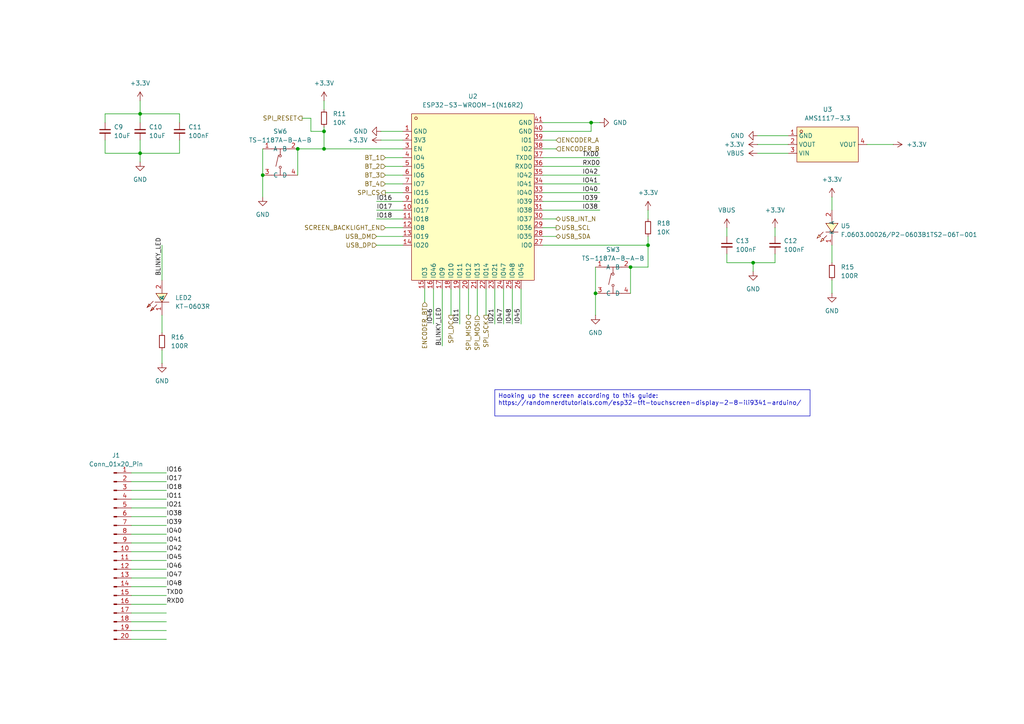
<source format=kicad_sch>
(kicad_sch (version 20231120) (generator "eeschema") (generator_version "8.0")
  (paper "A4")
  (title_block (title "Microcontroller"))
  (lib_symbols
    (symbol "Connector:Conn_01x20_Pin" (pin_names (offset 1.016) hide)
      (property "Reference" "J" (at 0 25.4 0))
      (property "Value" "Conn_01x20_Pin" (at 0 -27.94 0))
      (symbol "Conn_01x20_Pin_1_1"
        (polyline (pts (xy 1.27 -25.4) (xy 0.8636 -25.4)) (stroke (width 0.1524)))
        (polyline (pts (xy 1.27 -22.86) (xy 0.8636 -22.86)) (stroke (width 0.1524)))
        (polyline (pts (xy 1.27 -20.32) (xy 0.8636 -20.32)) (stroke (width 0.1524)))
        (polyline (pts (xy 1.27 -17.78) (xy 0.8636 -17.78)) (stroke (width 0.1524)))
        (polyline (pts (xy 1.27 -15.24) (xy 0.8636 -15.24)) (stroke (width 0.1524)))
        (polyline (pts (xy 1.27 -12.7) (xy 0.8636 -12.7)) (stroke (width 0.1524)))
        (polyline (pts (xy 1.27 -10.16) (xy 0.8636 -10.16)) (stroke (width 0.1524)))
        (polyline (pts (xy 1.27 -7.62) (xy 0.8636 -7.62)) (stroke (width 0.1524)))
        (polyline (pts (xy 1.27 -5.08) (xy 0.8636 -5.08)) (stroke (width 0.1524)))
        (polyline (pts (xy 1.27 -2.54) (xy 0.8636 -2.54)) (stroke (width 0.1524)))
        (polyline (pts (xy 1.27 0) (xy 0.8636 0)) (stroke (width 0.1524)))
        (polyline (pts (xy 1.27 2.54) (xy 0.8636 2.54)) (stroke (width 0.1524)))
        (polyline (pts (xy 1.27 5.08) (xy 0.8636 5.08)) (stroke (width 0.1524)))
        (polyline (pts (xy 1.27 7.62) (xy 0.8636 7.62)) (stroke (width 0.1524)))
        (polyline (pts (xy 1.27 10.16) (xy 0.8636 10.16)) (stroke (width 0.1524)))
        (polyline (pts (xy 1.27 12.7) (xy 0.8636 12.7)) (stroke (width 0.1524)))
        (polyline (pts (xy 1.27 15.24) (xy 0.8636 15.24)) (stroke (width 0.1524)))
        (polyline (pts (xy 1.27 17.78) (xy 0.8636 17.78)) (stroke (width 0.1524)))
        (polyline (pts (xy 1.27 20.32) (xy 0.8636 20.32)) (stroke (width 0.1524)))
        (polyline (pts (xy 1.27 22.86) (xy 0.8636 22.86)) (stroke (width 0.1524)))
        (rectangle (start 0.8636 -25.273) (end 0 -25.527) (stroke (width 0.1524)) (fill (type outline)))
        (rectangle (start 0.8636 -22.733) (end 0 -22.987) (stroke (width 0.1524)) (fill (type outline)))
        (rectangle (start 0.8636 -20.193) (end 0 -20.447) (stroke (width 0.1524)) (fill (type outline)))
        (rectangle (start 0.8636 -17.653) (end 0 -17.907) (stroke (width 0.1524)) (fill (type outline)))
        (rectangle (start 0.8636 -15.113) (end 0 -15.367) (stroke (width 0.1524)) (fill (type outline)))
        (rectangle (start 0.8636 -12.573) (end 0 -12.827) (stroke (width 0.1524)) (fill (type outline)))
        (rectangle (start 0.8636 -10.033) (end 0 -10.287) (stroke (width 0.1524)) (fill (type outline)))
        (rectangle (start 0.8636 -7.493) (end 0 -7.747) (stroke (width 0.1524)) (fill (type outline)))
        (rectangle (start 0.8636 -4.953) (end 0 -5.207) (stroke (width 0.1524)) (fill (type outline)))
        (rectangle (start 0.8636 -2.413) (end 0 -2.667) (stroke (width 0.1524)) (fill (type outline)))
        (rectangle (start 0.8636 0.127) (end 0 -0.127) (stroke (width 0.1524)) (fill (type outline)))
        (rectangle (start 0.8636 2.667) (end 0 2.413) (stroke (width 0.1524)) (fill (type outline)))
        (rectangle (start 0.8636 5.207) (end 0 4.953) (stroke (width 0.1524)) (fill (type outline)))
        (rectangle (start 0.8636 7.747) (end 0 7.493) (stroke (width 0.1524)) (fill (type outline)))
        (rectangle (start 0.8636 10.287) (end 0 10.033) (stroke (width 0.1524)) (fill (type outline)))
        (rectangle (start 0.8636 12.827) (end 0 12.573) (stroke (width 0.1524)) (fill (type outline)))
        (rectangle (start 0.8636 15.367) (end 0 15.113) (stroke (width 0.1524)) (fill (type outline)))
        (rectangle (start 0.8636 17.907) (end 0 17.653) (stroke (width 0.1524)) (fill (type outline)))
        (rectangle (start 0.8636 20.447) (end 0 20.193) (stroke (width 0.1524)) (fill (type outline)))
        (rectangle (start 0.8636 22.987) (end 0 22.733) (stroke (width 0.1524)) (fill (type outline)))
        (pin passive line (at 5.08 22.86 180) (length 3.81) (name "Pin_1") (number "1"))
        (pin passive line (at 5.08 0 180) (length 3.81) (name "Pin_10") (number "10"))
        (pin passive line (at 5.08 -2.54 180) (length 3.81) (name "Pin_11") (number "11"))
        (pin passive line (at 5.08 -5.08 180) (length 3.81) (name "Pin_12") (number "12"))
        (pin passive line (at 5.08 -7.62 180) (length 3.81) (name "Pin_13") (number "13"))
        (pin passive line (at 5.08 -10.16 180) (length 3.81) (name "Pin_14") (number "14"))
        (pin passive line (at 5.08 -12.7 180) (length 3.81) (name "Pin_15") (number "15"))
        (pin passive line (at 5.08 -15.24 180) (length 3.81) (name "Pin_16") (number "16"))
        (pin passive line (at 5.08 -17.78 180) (length 3.81) (name "Pin_17") (number "17"))
        (pin passive line (at 5.08 -20.32 180) (length 3.81) (name "Pin_18") (number "18"))
        (pin passive line (at 5.08 -22.86 180) (length 3.81) (name "Pin_19") (number "19"))
        (pin passive line (at 5.08 20.32 180) (length 3.81) (name "Pin_2") (number "2"))
        (pin passive line (at 5.08 -25.4 180) (length 3.81) (name "Pin_20") (number "20"))
        (pin passive line (at 5.08 17.78 180) (length 3.81) (name "Pin_3") (number "3"))
        (pin passive line (at 5.08 15.24 180) (length 3.81) (name "Pin_4") (number "4"))
        (pin passive line (at 5.08 12.7 180) (length 3.81) (name "Pin_5") (number "5"))
        (pin passive line (at 5.08 10.16 180) (length 3.81) (name "Pin_6") (number "6"))
        (pin passive line (at 5.08 7.62 180) (length 3.81) (name "Pin_7") (number "7"))
        (pin passive line (at 5.08 5.08 180) (length 3.81) (name "Pin_8") (number "8"))
        (pin passive line (at 5.08 2.54 180) (length 3.81) (name "Pin_9") (number "9"))
      )
    )
    (symbol "Device:C_Small" (pin_numbers hide) (pin_names (offset 0.254) hide)
      (property "Reference" "C" (at 0.254 1.778 0))
      (property "Value" "C_Small" (at 0.254 -2.032 0))
      (symbol "C_Small_0_1"
        (polyline (pts (xy -1.524 -0.508) (xy 1.524 -0.508)) (stroke (width 0.3302)))
        (polyline (pts (xy -1.524 0.508) (xy 1.524 0.508)) (stroke (width 0.3048)))
      )
      (symbol "C_Small_1_1"
        (pin passive line (at 0 2.54 270) (length 2.032) (name "~") (number "1"))
        (pin passive line (at 0 -2.54 90) (length 2.032) (name "~") (number "2"))
      )
    )
    (symbol "Device:R_Small" (pin_numbers hide) (pin_names (offset 0.254) hide)
      (property "Reference" "R" (at 0.762 0.508 0))
      (property "Value" "R_Small" (at 0.762 -1.016 0))
      (symbol "R_Small_0_1"
        (rectangle (start -0.762 1.778) (end 0.762 -1.778) (stroke (width 0.2032)))
      )
      (symbol "R_Small_1_1"
        (pin passive line (at 0 2.54 270) (length 0.762) (name "~") (number "1"))
        (pin passive line (at 0 -2.54 90) (length 0.762) (name "~") (number "2"))
      )
    )
    (symbol "footprints:AMS1117-3.3"
      (property "Reference" "U" (at 0 7.62 0))
      (property "Value" "AMS1117-3.3" (at 0 -7.62 0))
      (symbol "AMS1117-3.3_0_1"
        (rectangle (start -8.89 5.08) (end 8.89 -5.08) (fill (type background)))
        (circle (center -7.62 3.81) (radius 0.38))
        (pin unspecified line (at -11.43 2.54 0) (length 2.54) (name "GND") (number "1"))
        (pin unspecified line (at -11.43 0 0) (length 2.54) (name "VOUT") (number "2"))
        (pin unspecified line (at -11.43 -2.54 0) (length 2.54) (name "VIN") (number "3"))
        (pin unspecified line (at 11.43 0 180) (length 2.54) (name "VOUT") (number "4"))
      )
    )
    (symbol "footprints:ESP32-S3-WROOM-1(N16R2)"
      (property "Reference" "U" (at 0 27.94 0))
      (property "Value" "ESP32-S3-WROOM-1(N16R2)" (at 0 -30.48 0))
      (symbol "ESP32-S3-WROOM-1(N16R2)_0_1"
        (rectangle (start -17.78 25.4) (end 17.78 -22.86) (fill (type background)))
        (circle (center -16.51 24.13) (radius 0.38))
        (pin unspecified line (at -20.32 20.32 0) (length 2.54) (name "GND") (number "1"))
        (pin unspecified line (at -20.32 -2.54 0) (length 2.54) (name "IO17") (number "10"))
        (pin unspecified line (at -20.32 -5.08 0) (length 2.54) (name "IO18") (number "11"))
        (pin unspecified line (at -20.32 -7.62 0) (length 2.54) (name "IO8") (number "12"))
        (pin unspecified line (at -20.32 -10.16 0) (length 2.54) (name "IO19") (number "13"))
        (pin unspecified line (at -20.32 -12.7 0) (length 2.54) (name "IO20") (number "14"))
        (pin unspecified line (at -13.97 -25.4 90) (length 2.54) (name "IO3") (number "15"))
        (pin unspecified line (at -11.43 -25.4 90) (length 2.54) (name "IO46") (number "16"))
        (pin unspecified line (at -8.89 -25.4 90) (length 2.54) (name "IO9") (number "17"))
        (pin unspecified line (at -6.35 -25.4 90) (length 2.54) (name "IO10") (number "18"))
        (pin unspecified line (at -3.81 -25.4 90) (length 2.54) (name "IO11") (number "19"))
        (pin unspecified line (at -20.32 17.78 0) (length 2.54) (name "3V3") (number "2"))
        (pin unspecified line (at -1.27 -25.4 90) (length 2.54) (name "IO12") (number "20"))
        (pin unspecified line (at 1.27 -25.4 90) (length 2.54) (name "IO13") (number "21"))
        (pin unspecified line (at 3.81 -25.4 90) (length 2.54) (name "IO14") (number "22"))
        (pin unspecified line (at 6.35 -25.4 90) (length 2.54) (name "IO21") (number "23"))
        (pin unspecified line (at 8.89 -25.4 90) (length 2.54) (name "IO47") (number "24"))
        (pin unspecified line (at 11.43 -25.4 90) (length 2.54) (name "IO48") (number "25"))
        (pin unspecified line (at 13.97 -25.4 90) (length 2.54) (name "IO45") (number "26"))
        (pin unspecified line (at 20.32 -12.7 180) (length 2.54) (name "IO0") (number "27"))
        (pin unspecified line (at 20.32 -10.16 180) (length 2.54) (name "IO35") (number "28"))
        (pin unspecified line (at 20.32 -7.62 180) (length 2.54) (name "IO36") (number "29"))
        (pin unspecified line (at -20.32 15.24 0) (length 2.54) (name "EN") (number "3"))
        (pin unspecified line (at 20.32 -5.08 180) (length 2.54) (name "IO37") (number "30"))
        (pin unspecified line (at 20.32 -2.54 180) (length 2.54) (name "IO38") (number "31"))
        (pin unspecified line (at 20.32 0 180) (length 2.54) (name "IO39") (number "32"))
        (pin unspecified line (at 20.32 2.54 180) (length 2.54) (name "IO40") (number "33"))
        (pin unspecified line (at 20.32 5.08 180) (length 2.54) (name "IO41") (number "34"))
        (pin unspecified line (at 20.32 7.62 180) (length 2.54) (name "IO42") (number "35"))
        (pin unspecified line (at 20.32 10.16 180) (length 2.54) (name "RXD0") (number "36"))
        (pin unspecified line (at 20.32 12.7 180) (length 2.54) (name "TXD0") (number "37"))
        (pin unspecified line (at 20.32 15.24 180) (length 2.54) (name "IO2") (number "38"))
        (pin unspecified line (at 20.32 17.78 180) (length 2.54) (name "IO1") (number "39"))
        (pin unspecified line (at -20.32 12.7 0) (length 2.54) (name "IO4") (number "4"))
        (pin unspecified line (at 20.32 20.32 180) (length 2.54) (name "GND") (number "40"))
        (pin unspecified line (at 20.32 22.86 180) (length 2.54) (name "GND") (number "41"))
        (pin unspecified line (at -20.32 10.16 0) (length 2.54) (name "IO5") (number "5"))
        (pin unspecified line (at -20.32 7.62 0) (length 2.54) (name "IO6") (number "6"))
        (pin unspecified line (at -20.32 5.08 0) (length 2.54) (name "IO7") (number "7"))
        (pin unspecified line (at -20.32 2.54 0) (length 2.54) (name "IO15") (number "8"))
        (pin unspecified line (at -20.32 0 0) (length 2.54) (name "IO16") (number "9"))
      )
    )
    (symbol "footprints:F.0603.00026_P2-0603B1TS2-06T-001"
      (property "Reference" "U" (at 0 5.08 0))
      (property "Value" "F.0603.00026/P2-0603B1TS2-06T-001" (at 0 -5.08 0))
      (symbol "F.0603.00026_P2-0603B1TS2-06T-001_0_1"
        (polyline (pts (xy -1.27 0) (xy -2.54 0)))
        (polyline (pts (xy -1.27 1.78) (xy -1.27 -1.78)))
        (polyline (pts (xy 2.54 0) (xy 1.27 0)))
        (polyline (pts (xy -2.29 1.52) (xy -3.3 2.54) (xy -2.29 1.52)) (fill (type background)))
        (polyline (pts (xy -1.27 2.54) (xy -2.29 3.56) (xy -1.27 2.54)) (fill (type background)))
        (polyline (pts (xy -4.06 3.3) (xy -3.05 2.79) (xy -3.56 2.29) (xy -4.06 3.3)) (fill (type background)))
        (polyline (pts (xy -3.05 4.32) (xy -2.03 3.81) (xy -2.54 3.3) (xy -3.05 4.32)) (fill (type background)))
        (polyline (pts (xy 1.27 1.78) (xy -1.27 0) (xy 1.27 -1.78) (xy 1.27 1.78)) (fill (type background)))
        (pin unspecified line (at -5.08 0 0) (length 2.54) (name "K") (number "1"))
        (pin unspecified line (at 5.08 0 180) (length 2.54) (name "A") (number "2"))
      )
    )
    (symbol "footprints:KT-0603R"
      (property "Reference" "LED" (at 0 5.08 0))
      (property "Value" "KT-0603R" (at 0 -5.08 0))
      (symbol "KT-0603R_0_1"
        (polyline (pts (xy -2.03 1.52) (xy -3.81 3.3)))
        (polyline (pts (xy -1.27 2.03) (xy -1.27 -2.03)))
        (polyline (pts (xy -1.02 2.54) (xy -2.79 4.32)))
        (polyline (pts (xy -3.81 3.3) (xy -2.79 2.79) (xy -3.3 2.29) (xy -3.81 3.3)) (fill (type background)))
        (polyline (pts (xy -2.79 4.32) (xy -1.78 3.81) (xy -2.29 3.3) (xy -2.79 4.32)) (fill (type background)))
        (polyline (pts (xy 1.27 -1.52) (xy -1.27 0) (xy 1.27 1.78) (xy 1.27 -1.52)) (fill (type background)))
        (pin unspecified line (at -5.08 0 0) (length 3.81) (name "K") (number "1"))
        (pin unspecified line (at 5.08 0 180) (length 3.81) (name "A") (number "2"))
      )
    )
    (symbol "footprints:TS-1187A-B-A-B"
      (property "Reference" "SW" (at 0 7.62 0))
      (property "Value" "TS-1187A-B-A-B" (at 0 -10.16 0))
      (symbol "TS-1187A-B-A-B_0_1"
        (circle (center 0 -2.79) (radius 0.32))
        (polyline (pts (xy -2.54 -5.08) (xy 2.54 -5.08)))
        (polyline (pts (xy -2.54 2.54) (xy 2.54 2.54)))
        (polyline (pts (xy -0.51 0.76) (xy -1.27 -2.54)))
        (polyline (pts (xy 0 -3.3) (xy 0 -5.08)))
        (polyline (pts (xy 0 0.76) (xy 0 2.54)))
        (circle (center 0 0.51) (radius 0.32))
        (pin unspecified line (at -5.08 2.54 0) (length 2.54) (name "A") (number "1"))
        (pin unspecified line (at 5.08 2.54 180) (length 2.54) (name "B") (number "2"))
        (pin unspecified line (at -5.08 -5.08 0) (length 2.54) (name "C") (number "3"))
        (pin unspecified line (at 5.08 -5.08 180) (length 2.54) (name "D") (number "4"))
      )
    )
    (symbol "power:+3.3V" (power) (pin_numbers hide) (pin_names (offset 0) hide)
      (property "Value" "+3.3V" (at 0 3.556 0))
      (symbol "+3.3V_0_1"
        (polyline (pts (xy -0.762 1.27) (xy 0 2.54)))
        (polyline (pts (xy 0 0) (xy 0 2.54)))
        (polyline (pts (xy 0 2.54) (xy 0.762 1.27)))
      )
      (symbol "+3.3V_1_1"
        (pin power_in line (at 0 0 90) (length 0) (name "~") (number "1"))
      )
    )
    (symbol "power:GND" (power) (pin_numbers hide) (pin_names (offset 0) hide)
      (property "Value" "GND" (at 0 -3.81 0))
      (symbol "GND_0_1"
        (polyline (pts (xy 0 0) (xy 0 -1.27) (xy 1.27 -1.27) (xy 0 -2.54) (xy -1.27 -1.27) (xy 0 -1.27)))
      )
      (symbol "GND_1_1"
        (pin power_in line (at 0 0 270) (length 0) (name "~") (number "1"))
      )
    )
    (symbol "power:VBUS" (power) (pin_numbers hide) (pin_names (offset 0) hide)
      (property "Value" "VBUS" (at 0 3.556 0))
      (symbol "VBUS_0_1"
        (polyline (pts (xy -0.762 1.27) (xy 0 2.54)))
        (polyline (pts (xy 0 0) (xy 0 2.54)))
        (polyline (pts (xy 0 2.54) (xy 0.762 1.27)))
      )
      (symbol "VBUS_1_1"
        (pin power_in line (at 0 0 90) (length 0) (name "~") (number "1"))
      )
    )
  )
  (junction (at 93.98 38.1))
  (junction (at 171.45 35.56))
  (junction (at 182.88 77.47))
  (junction (at 40.64 33.02))
  (junction (at 40.64 44.45))
  (junction (at 76.2 50.8))
  (junction (at 187.96 71.12))
  (junction (at 86.36 43.18))
  (junction (at 172.72 85.09))
  (junction (at 218.44 76.2))
  (junction (at 93.98 43.18))
  (wire (pts (xy 38.1 162.56) (xy 48.26 162.56)))
  (wire (pts (xy 52.07 35.56) (xy 52.07 33.02)))
  (wire (pts (xy 148.59 83.82) (xy 148.59 93.98)))
  (wire (pts (xy 219.71 44.45) (xy 228.6 44.45)))
  (wire (pts (xy 76.2 50.8) (xy 76.2 57.15)))
  (wire (pts (xy 157.48 63.5) (xy 161.29 63.5)))
  (wire (pts (xy 38.1 167.64) (xy 48.26 167.64)))
  (wire (pts (xy 172.72 77.47) (xy 172.72 85.09)))
  (wire (pts (xy 171.45 35.56) (xy 173.99 35.56)))
  (wire (pts (xy 38.1 172.72) (xy 48.26 172.72)))
  (wire (pts (xy 30.48 33.02) (xy 30.48 35.56)))
  (wire (pts (xy 157.48 53.34) (xy 173.99 53.34)))
  (wire (pts (xy 38.1 177.8) (xy 48.26 177.8)))
  (wire (pts (xy 38.1 175.26) (xy 48.26 175.26)))
  (wire (pts (xy 38.1 165.1) (xy 48.26 165.1)))
  (wire (pts (xy 138.43 83.82) (xy 138.43 91.44)))
  (wire (pts (xy 111.76 48.26) (xy 116.84 48.26)))
  (wire (pts (xy 157.48 45.72) (xy 173.99 45.72)))
  (wire (pts (xy 157.48 35.56) (xy 171.45 35.56)))
  (wire (pts (xy 111.76 50.8) (xy 116.84 50.8)))
  (wire (pts (xy 38.1 154.94) (xy 48.26 154.94)))
  (wire (pts (xy 46.99 71.12) (xy 46.99 81.28)))
  (wire (pts (xy 40.64 40.64) (xy 40.64 44.45)))
  (wire (pts (xy 140.97 83.82) (xy 140.97 91.44)))
  (wire (pts (xy 187.96 68.58) (xy 187.96 71.12)))
  (wire (pts (xy 133.35 83.82) (xy 133.35 93.98)))
  (wire (pts (xy 109.22 68.58) (xy 116.84 68.58)))
  (wire (pts (xy 38.1 170.18) (xy 48.26 170.18)))
  (wire (pts (xy 182.88 77.47) (xy 187.96 77.47)))
  (wire (pts (xy 111.76 53.34) (xy 116.84 53.34)))
  (wire (pts (xy 219.71 41.91) (xy 228.6 41.91)))
  (wire (pts (xy 157.48 55.88) (xy 173.99 55.88)))
  (wire (pts (xy 52.07 44.45) (xy 40.64 44.45)))
  (wire (pts (xy 38.1 157.48) (xy 48.26 157.48)))
  (wire (pts (xy 87.63 34.29) (xy 90.17 34.29)))
  (wire (pts (xy 109.22 60.96) (xy 116.84 60.96)))
  (wire (pts (xy 241.3 57.15) (xy 241.3 60.96)))
  (wire (pts (xy 151.13 83.82) (xy 151.13 93.98)))
  (wire (pts (xy 125.73 83.82) (xy 125.73 93.98)))
  (wire (pts (xy 93.98 29.21) (xy 93.98 31.75)))
  (wire (pts (xy 52.07 40.64) (xy 52.07 44.45)))
  (wire (pts (xy 157.48 58.42) (xy 173.99 58.42)))
  (wire (pts (xy 187.96 60.96) (xy 187.96 63.5)))
  (wire (pts (xy 157.48 68.58) (xy 161.29 68.58)))
  (wire (pts (xy 40.64 29.21) (xy 40.64 33.02)))
  (wire (pts (xy 219.71 39.37) (xy 228.6 39.37)))
  (wire (pts (xy 111.76 66.04) (xy 116.84 66.04)))
  (wire (pts (xy 130.81 83.82) (xy 130.81 91.44)))
  (wire (pts (xy 86.36 43.18) (xy 86.36 50.8)))
  (wire (pts (xy 111.76 55.88) (xy 116.84 55.88)))
  (wire (pts (xy 241.3 81.28) (xy 241.3 85.09)))
  (wire (pts (xy 90.17 34.29) (xy 90.17 38.1)))
  (wire (pts (xy 157.48 48.26) (xy 173.99 48.26)))
  (wire (pts (xy 187.96 71.12) (xy 187.96 77.47)))
  (wire (pts (xy 110.49 40.64) (xy 116.84 40.64)))
  (wire (pts (xy 86.36 43.18) (xy 93.98 43.18)))
  (wire (pts (xy 123.19 83.82) (xy 123.19 87.63)))
  (wire (pts (xy 90.17 38.1) (xy 93.98 38.1)))
  (wire (pts (xy 38.1 149.86) (xy 48.26 149.86)))
  (wire (pts (xy 38.1 142.24) (xy 48.26 142.24)))
  (wire (pts (xy 38.1 185.42) (xy 48.26 185.42)))
  (wire (pts (xy 93.98 38.1) (xy 93.98 43.18)))
  (wire (pts (xy 110.49 38.1) (xy 116.84 38.1)))
  (wire (pts (xy 157.48 38.1) (xy 171.45 38.1)))
  (wire (pts (xy 109.22 63.5) (xy 116.84 63.5)))
  (wire (pts (xy 38.1 180.34) (xy 48.26 180.34)))
  (wire (pts (xy 157.48 40.64) (xy 161.29 40.64)))
  (wire (pts (xy 128.27 83.82) (xy 128.27 100.33)))
  (wire (pts (xy 224.79 73.66) (xy 224.79 76.2)))
  (wire (pts (xy 157.48 60.96) (xy 173.99 60.96)))
  (wire (pts (xy 109.22 71.12) (xy 116.84 71.12)))
  (wire (pts (xy 182.88 77.47) (xy 182.88 85.09)))
  (wire (pts (xy 241.3 71.12) (xy 241.3 76.2)))
  (wire (pts (xy 40.64 33.02) (xy 40.64 35.56)))
  (wire (pts (xy 30.48 40.64) (xy 30.48 44.45)))
  (wire (pts (xy 38.1 137.16) (xy 48.26 137.16)))
  (wire (pts (xy 210.82 76.2) (xy 218.44 76.2)))
  (wire (pts (xy 111.76 45.72) (xy 116.84 45.72)))
  (wire (pts (xy 38.1 139.7) (xy 48.26 139.7)))
  (wire (pts (xy 38.1 152.4) (xy 48.26 152.4)))
  (wire (pts (xy 210.82 73.66) (xy 210.82 76.2)))
  (wire (pts (xy 157.48 71.12) (xy 187.96 71.12)))
  (wire (pts (xy 146.05 83.82) (xy 146.05 93.98)))
  (wire (pts (xy 52.07 33.02) (xy 40.64 33.02)))
  (wire (pts (xy 218.44 76.2) (xy 218.44 78.74)))
  (wire (pts (xy 157.48 66.04) (xy 161.29 66.04)))
  (wire (pts (xy 224.79 66.04) (xy 224.79 68.58)))
  (wire (pts (xy 93.98 43.18) (xy 116.84 43.18)))
  (wire (pts (xy 210.82 66.04) (xy 210.82 68.58)))
  (wire (pts (xy 157.48 43.18) (xy 161.29 43.18)))
  (wire (pts (xy 224.79 76.2) (xy 218.44 76.2)))
  (wire (pts (xy 157.48 50.8) (xy 173.99 50.8)))
  (wire (pts (xy 38.1 182.88) (xy 48.26 182.88)))
  (wire (pts (xy 76.2 43.18) (xy 76.2 50.8)))
  (wire (pts (xy 38.1 144.78) (xy 48.26 144.78)))
  (wire (pts (xy 135.89 83.82) (xy 135.89 91.44)))
  (wire (pts (xy 46.99 91.44) (xy 46.99 96.52)))
  (wire (pts (xy 40.64 44.45) (xy 40.64 46.99)))
  (wire (pts (xy 38.1 160.02) (xy 48.26 160.02)))
  (wire (pts (xy 93.98 36.83) (xy 93.98 38.1)))
  (wire (pts (xy 171.45 35.56) (xy 171.45 38.1)))
  (wire (pts (xy 46.99 101.6) (xy 46.99 105.41)))
  (wire (pts (xy 172.72 85.09) (xy 172.72 91.44)))
  (wire (pts (xy 30.48 44.45) (xy 40.64 44.45)))
  (wire (pts (xy 251.46 41.91) (xy 259.08 41.91)))
  (wire (pts (xy 143.51 83.82) (xy 143.51 93.98)))
  (wire (pts (xy 38.1 147.32) (xy 48.26 147.32)))
  (wire (pts (xy 40.64 33.02) (xy 30.48 33.02)))
  (wire (pts (xy 109.22 58.42) (xy 116.84 58.42)))
  (text_box "Hooking up the screen according to this guide: https://randomnerdtutorials.com/esp32-tft-touchscreen-display-2-8-ili9341-arduino/\n" (at 143.51 113.03 0) (size 91.44 7.62) (effects (font (size 1.27 1.27)) (justify left top)))
  (label "IO41" (at 48.26 157.48 0))
  (label "IO17" (at 48.26 139.7 0))
  (label "IO42" (at 168.91 50.8 0))
  (label "IO16" (at 109.22 58.42 0))
  (label "BLINKY_LED" (at 46.99 80.01 90))
  (label "IO38" (at 48.26 149.86 0))
  (label "BLINKY_LED" (at 128.27 100.33 90))
  (label "IO21" (at 143.51 93.98 90))
  (label "IO17" (at 109.22 60.96 0))
  (label "RXD0" (at 168.91 48.26 0))
  (label "IO46" (at 48.26 165.1 0))
  (label "RXD0" (at 48.26 175.26 0))
  (label "IO16" (at 48.26 137.16 0))
  (label "IO47" (at 146.05 93.98 90))
  (label "IO40" (at 48.26 154.94 0))
  (label "TXD0" (at 168.91 45.72 0))
  (label "IO38" (at 168.91 60.96 0))
  (label "IO45" (at 48.26 162.56 0))
  (label "IO45" (at 151.13 93.98 90))
  (label "IO48" (at 148.59 93.98 90))
  (label "IO40" (at 168.91 55.88 0))
  (label "IO21" (at 48.26 147.32 0))
  (label "IO18" (at 109.22 63.5 0))
  (label "IO48" (at 48.26 170.18 0))
  (label "TXD0" (at 48.26 172.72 0))
  (label "IO41" (at 168.91 53.34 0))
  (label "IO46" (at 125.73 93.98 90))
  (label "IO11" (at 48.26 144.78 0))
  (label "IO47" (at 48.26 167.64 0))
  (label "IO11" (at 133.35 93.98 90))
  (label "IO39" (at 168.91 58.42 0))
  (label "IO39" (at 48.26 152.4 0))
  (label "IO18" (at 48.26 142.24 0))
  (label "IO42" (at 48.26 160.02 0))
  (hierarchical_label "BT_3" (shape input) (at 111.76 50.8 180))
  (hierarchical_label "BT_2" (shape input) (at 111.76 48.26 180))
  (hierarchical_label "BT_4" (shape input) (at 111.76 53.34 180))
  (hierarchical_label "SPI_SCK" (shape output) (at 140.97 91.44 270))
  (hierarchical_label "ENCODER_A" (shape input) (at 161.29 40.64 0))
  (hierarchical_label "ENCODER_BT" (shape input) (at 123.19 87.63 270))
  (hierarchical_label "SPI_RESET" (shape output) (at 87.63 34.29 180))
  (hierarchical_label "USB_SDA" (shape bidirectional) (at 161.29 68.58 0))
  (hierarchical_label "USB_INT_N" (shape bidirectional) (at 161.29 63.5 0))
  (hierarchical_label "SPI_DC" (shape output) (at 130.81 91.44 270))
  (hierarchical_label "SPI_MOSI" (shape input) (at 138.43 91.44 270))
  (hierarchical_label "BT_1" (shape input) (at 111.76 45.72 180))
  (hierarchical_label "SPI_CS" (shape output) (at 111.76 55.88 180))
  (hierarchical_label "USB_DP" (shape input) (at 109.22 71.12 180))
  (hierarchical_label "SCREEN_BACKLIGHT_EN" (shape input) (at 111.76 66.04 180))
  (hierarchical_label "SPI_MISO" (shape output) (at 135.89 91.44 270))
  (hierarchical_label "ENCODER_B" (shape input) (at 161.29 43.18 0))
  (hierarchical_label "USB_DM" (shape input) (at 109.22 68.58 180))
  (hierarchical_label "USB_SCL" (shape output) (at 161.29 66.04 0))
  (symbol (lib_id "Device:R_Small") (at 241.3 78.74 0) (unit 1)
    (property "Reference" "R15" (at 243.84 77.4699 0) (effects (justify left)))
    (property "Value" "100R" (at 243.84 80.0099 0) (effects (justify left)))
    (property "Footprint" "Resistor_SMD:R_0402_1005Metric" (effects (hide yes)))
    (property "Description" "Resistor, small symbol" (effects (hide yes)))
  )
  (symbol (lib_id "power:+3.3V") (at 259.08 41.91 270) (unit 1)
    (property "Reference" "#PWR046" (effects (hide yes)))
    (property "Value" "+3.3V" (at 262.89 41.9099 90) (effects (justify left)))
    (property "Description" "Power symbol creates a global label with name \"+3.3V\"" (effects (hide yes)))
  )
  (symbol (lib_id "footprints:AMS1117-3.3") (at 240.03 41.91 0) (unit 1)
    (property "Reference" "U3" (at 240.03 31.75 0))
    (property "Value" "AMS1117-3.3" (at 240.03 34.29 0))
    (property "Footprint" "footprints:SOT-223-3_L6.5-W3.4-P2.30-LS7.0-BR" (effects (hide yes)))
    (property "Datasheet" "https://lcsc.com/product-detail/Low-Dropout-Regulators-LDO_AMS_AMS1117-3-3_AMS1117-3-3_C6186.html" (effects (hide yes)))
    (property "LCSC Part" "C6186" (effects (hide yes)))
  )
  (symbol (lib_id "power:+3.3V") (at 219.71 41.91 90) (unit 1)
    (property "Reference" "#PWR045" (effects (hide yes)))
    (property "Value" "+3.3V" (at 215.9 41.9099 90) (effects (justify left)))
    (property "Description" "Power symbol creates a global label with name \"+3.3V\"" (effects (hide yes)))
  )
  (symbol (lib_id "power:GND") (at 218.44 78.74 0) (unit 1)
    (property "Reference" "#PWR048" (effects (hide yes)))
    (property "Value" "GND" (at 218.44 83.82 0))
    (property "Description" "Power symbol creates a global label with name \"GND\" , ground" (effects (hide yes)))
  )
  (symbol (lib_id "power:+3.3V") (at 93.98 29.21 0) (unit 1)
    (property "Reference" "#PWR029" (effects (hide yes)))
    (property "Value" "+3.3V" (at 93.98 24.13 0))
    (property "Description" "Power symbol creates a global label with name \"+3.3V\"" (effects (hide yes)))
  )
  (symbol (lib_id "power:+3.3V") (at 241.3 57.15 0) (unit 1)
    (property "Reference" "#PWR067" (effects (hide yes)))
    (property "Value" "+3.3V" (at 241.3 52.07 0))
    (property "Description" "Power symbol creates a global label with name \"+3.3V\"" (effects (hide yes)))
  )
  (symbol (lib_id "footprints:F.0603.00026_P2-0603B1TS2-06T-001") (at 241.3 66.04 90) (unit 1)
    (property "Reference" "U5" (at 243.84 65.5299 90) (effects (justify right)))
    (property "Value" "F.0603.00026/P2-0603B1TS2-06T-001" (at 243.84 68.0699 90) (effects (justify right)))
    (property "Footprint" "footprints:LED0603-RD" (effects (hide yes)))
    (property "LCSC Part" "C7496819" (effects (hide yes)))
  )
  (symbol (lib_id "power:+3.3V") (at 110.49 40.64 90) (unit 1)
    (property "Reference" "#PWR027" (effects (hide yes)))
    (property "Value" "+3.3V" (at 106.68 40.6399 90) (effects (justify left)))
    (property "Description" "Power symbol creates a global label with name \"+3.3V\"" (effects (hide yes)))
  )
  (symbol (lib_id "Connector:Conn_01x20_Pin") (at 33.02 160.02 0) (unit 1)
    (property "Reference" "J1" (at 33.655 132.08 0))
    (property "Value" "Conn_01x20_Pin" (at 33.655 134.62 0))
    (property "Footprint" "Connector_PinHeader_1.27mm:PinHeader_1x20_P1.27mm_Vertical" (effects (hide yes)))
    (property "Description" "Generic connector, single row, 01x20, script generated" (effects (hide yes)))
  )
  (symbol (lib_id "power:VBUS") (at 210.82 66.04 0) (unit 1)
    (property "Reference" "#PWR050" (effects (hide yes)))
    (property "Value" "VBUS" (at 210.82 60.96 0))
    (property "Description" "Power symbol creates a global label with name \"VBUS\"" (effects (hide yes)))
  )
  (symbol (lib_id "power:GND") (at 173.99 35.56 90) (unit 1)
    (property "Reference" "#PWR026" (effects (hide yes)))
    (property "Value" "GND" (at 177.8 35.5599 90) (effects (justify right)))
    (property "Description" "Power symbol creates a global label with name \"GND\" , ground" (effects (hide yes)))
  )
  (symbol (lib_id "power:+3.3V") (at 187.96 60.96 0) (unit 1)
    (property "Reference" "#PWR071" (effects (hide yes)))
    (property "Value" "+3.3V" (at 187.96 55.88 0))
    (property "Description" "Power symbol creates a global label with name \"+3.3V\"" (effects (hide yes)))
  )
  (symbol (lib_id "power:+3.3V") (at 224.79 66.04 0) (unit 1)
    (property "Reference" "#PWR049" (effects (hide yes)))
    (property "Value" "+3.3V" (at 224.79 60.96 0))
    (property "Description" "Power symbol creates a global label with name \"+3.3V\"" (effects (hide yes)))
  )
  (symbol (lib_id "footprints:ESP32-S3-WROOM-1(N16R2)") (at 137.16 58.42 0) (unit 1)
    (property "Reference" "U2" (at 137.16 27.94 0))
    (property "Value" "ESP32-S3-WROOM-1(N16R2)" (at 137.16 30.48 0))
    (property "Footprint" "footprints:WIRELM-SMD_ESP32-S3-WROOM-1" (effects (hide yes)))
    (property "LCSC Part" "C2913205" (effects (hide yes)))
  )
  (symbol (lib_id "power:+3.3V") (at 40.64 29.21 0) (unit 1)
    (property "Reference" "#PWR031" (effects (hide yes)))
    (property "Value" "+3.3V" (at 40.64 24.13 0))
    (property "Description" "Power symbol creates a global label with name \"+3.3V\"" (effects (hide yes)))
  )
  (symbol (lib_id "Device:R_Small") (at 187.96 66.04 0) (unit 1)
    (property "Reference" "R18" (at 190.5 64.7699 0) (effects (justify left)))
    (property "Value" "10K" (at 190.5 67.3099 0) (effects (justify left)))
    (property "Footprint" "Resistor_SMD:R_0402_1005Metric" (effects (hide yes)))
    (property "Description" "Resistor, small symbol" (effects (hide yes)))
  )
  (symbol (lib_id "Device:C_Small") (at 40.64 38.1 0) (unit 1)
    (property "Reference" "C10" (at 43.18 36.8362 0) (effects (justify left)))
    (property "Value" "10uF" (at 43.18 39.3762 0) (effects (justify left)))
    (property "Footprint" "Capacitor_SMD:C_0805_2012Metric" (effects (hide yes)))
    (property "Description" "Unpolarized capacitor, small symbol" (effects (hide yes)))
  )
  (symbol (lib_id "power:GND") (at 172.72 91.44 0) (unit 1)
    (property "Reference" "#PWR070" (effects (hide yes)))
    (property "Value" "GND" (at 172.72 96.52 0))
    (property "Description" "Power symbol creates a global label with name \"GND\" , ground" (effects (hide yes)))
  )
  (symbol (lib_id "power:GND") (at 110.49 38.1 270) (unit 1)
    (property "Reference" "#PWR028" (effects (hide yes)))
    (property "Value" "GND" (at 106.68 38.0999 90) (effects (justify right)))
    (property "Description" "Power symbol creates a global label with name \"GND\" , ground" (effects (hide yes)))
  )
  (symbol (lib_id "Device:R_Small") (at 93.98 34.29 0) (unit 1)
    (property "Reference" "R11" (at 96.52 33.0199 0) (effects (justify left)))
    (property "Value" "10K" (at 96.52 35.5599 0) (effects (justify left)))
    (property "Footprint" "Resistor_SMD:R_0402_1005Metric" (effects (hide yes)))
    (property "Description" "Resistor, small symbol" (effects (hide yes)))
  )
  (symbol (lib_id "Device:C_Small") (at 30.48 38.1 0) (unit 1)
    (property "Reference" "C9" (at 33.02 36.8362 0) (effects (justify left)))
    (property "Value" "10uF" (at 33.02 39.3762 0) (effects (justify left)))
    (property "Footprint" "Capacitor_SMD:C_0805_2012Metric" (effects (hide yes)))
    (property "Description" "Unpolarized capacitor, small symbol" (effects (hide yes)))
  )
  (symbol (lib_id "footprints:KT-0603R") (at 46.99 86.36 90) (unit 1)
    (property "Reference" "LED2" (at 50.8 86.3599 90) (effects (justify right)))
    (property "Value" "KT-0603R" (at 50.8 88.8999 90) (effects (justify right)))
    (property "Footprint" "footprints:LED0603-RD" (effects (hide yes)))
    (property "Datasheet" "https://lcsc.com/product-detail/Light-Emitting-Diodes-LED_Red-LED-0603_C2286.html" (effects (hide yes)))
    (property "LCSC Part" "C2286" (effects (hide yes)))
  )
  (symbol (lib_id "power:GND") (at 241.3 85.09 0) (unit 1)
    (property "Reference" "#PWR065" (effects (hide yes)))
    (property "Value" "GND" (at 241.3 90.17 0))
    (property "Description" "Power symbol creates a global label with name \"GND\" , ground" (effects (hide yes)))
  )
  (symbol (lib_id "Device:C_Small") (at 52.07 38.1 0) (unit 1)
    (property "Reference" "C11" (at 54.61 36.8362 0) (effects (justify left)))
    (property "Value" "100nF" (at 54.61 39.3762 0) (effects (justify left)))
    (property "Footprint" "Capacitor_SMD:C_0805_2012Metric" (effects (hide yes)))
    (property "Description" "Unpolarized capacitor, small symbol" (effects (hide yes)))
  )
  (symbol (lib_id "power:GND") (at 46.99 105.41 0) (unit 1)
    (property "Reference" "#PWR069" (effects (hide yes)))
    (property "Value" "GND" (at 46.99 110.49 0))
    (property "Description" "Power symbol creates a global label with name \"GND\" , ground" (effects (hide yes)))
  )
  (symbol (lib_id "Device:C_Small") (at 224.79 71.12 0) (unit 1)
    (property "Reference" "C12" (at 227.33 69.8562 0) (effects (justify left)))
    (property "Value" "100nF" (at 227.33 72.3962 0) (effects (justify left)))
    (property "Footprint" "Capacitor_SMD:C_0805_2012Metric" (effects (hide yes)))
    (property "Description" "Unpolarized capacitor, small symbol" (effects (hide yes)))
    (property "LCSC Part" "C49678" (effects (hide yes)))
  )
  (symbol (lib_id "Device:C_Small") (at 210.82 71.12 0) (unit 1)
    (property "Reference" "C13" (at 213.36 69.8562 0) (effects (justify left)))
    (property "Value" "100nF" (at 213.36 72.3962 0) (effects (justify left)))
    (property "Footprint" "Capacitor_SMD:C_0805_2012Metric" (effects (hide yes)))
    (property "Description" "Unpolarized capacitor, small symbol" (effects (hide yes)))
    (property "LCSC Part" "C49678" (effects (hide yes)))
  )
  (symbol (lib_id "footprints:TS-1187A-B-A-B") (at 177.8 80.01 0) (unit 1)
    (property "Reference" "SW3" (at 177.8 72.39 0))
    (property "Value" "TS-1187A-B-A-B" (at 177.8 74.93 0))
    (property "Footprint" "footprints:SW-SMD_4P-L5.1-W5.1-P3.70-LS6.5-TL-2" (effects (hide yes)))
    (property "Datasheet" "https://lcsc.com/product-detail/Tactile-Switches_XKB-Enterprise-TS-1187-B-A-A_C318884.html" (effects (hide yes)))
    (property "LCSC Part" "C318884" (effects (hide yes)))
  )
  (symbol (lib_id "footprints:TS-1187A-B-A-B") (at 81.28 45.72 0) (unit 1)
    (property "Reference" "SW6" (at 81.28 38.1 0))
    (property "Value" "TS-1187A-B-A-B" (at 81.28 40.64 0))
    (property "Footprint" "footprints:SW-SMD_4P-L5.1-W5.1-P3.70-LS6.5-TL-2" (effects (hide yes)))
    (property "Datasheet" "https://lcsc.com/product-detail/Tactile-Switches_XKB-Enterprise-TS-1187-B-A-A_C318884.html" (effects (hide yes)))
    (property "LCSC Part" "C318884" (effects (hide yes)))
  )
  (symbol (lib_id "power:GND") (at 40.64 46.99 0) (unit 1)
    (property "Reference" "#PWR032" (effects (hide yes)))
    (property "Value" "GND" (at 40.64 52.07 0))
    (property "Description" "Power symbol creates a global label with name \"GND\" , ground" (effects (hide yes)))
  )
  (symbol (lib_id "power:VBUS") (at 219.71 44.45 90) (unit 1)
    (property "Reference" "#PWR044" (effects (hide yes)))
    (property "Value" "VBUS" (at 215.9 44.4499 90) (effects (justify left)))
    (property "Description" "Power symbol creates a global label with name \"VBUS\"" (effects (hide yes)))
  )
  (symbol (lib_id "Device:R_Small") (at 46.99 99.06 0) (unit 1)
    (property "Reference" "R16" (at 49.53 97.7899 0) (effects (justify left)))
    (property "Value" "100R" (at 49.53 100.3299 0) (effects (justify left)))
    (property "Footprint" "Resistor_SMD:R_0402_1005Metric" (effects (hide yes)))
    (property "Description" "Resistor, small symbol" (effects (hide yes)))
  )
  (symbol (lib_id "power:GND") (at 76.2 57.15 0) (unit 1)
    (property "Reference" "#PWR030" (effects (hide yes)))
    (property "Value" "GND" (at 76.2 62.23 0))
    (property "Description" "Power symbol creates a global label with name \"GND\" , ground" (effects (hide yes)))
  )
  (symbol (lib_id "power:GND") (at 219.71 39.37 270) (unit 1)
    (property "Reference" "#PWR047" (effects (hide yes)))
    (property "Value" "GND" (at 215.9 39.3699 90) (effects (justify right)))
    (property "Description" "Power symbol creates a global label with name \"GND\" , ground" (effects (hide yes)))
  )
)
</source>
